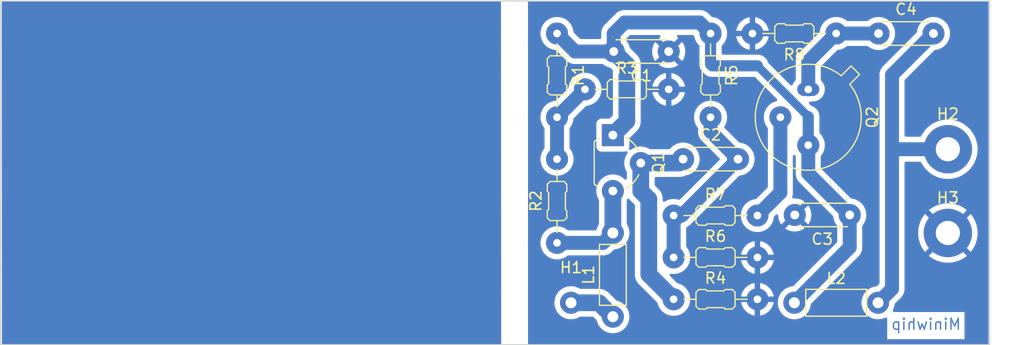
<source format=kicad_pcb>
(kicad_pcb (version 20221018) (generator pcbnew)
  (layers (0 "F.Cu" signal) (31 "B.Cu" signal) (34 "B.Paste" user) (35 "F.Paste" user) (36 "B.SilkS" user "B.Silkscreen") (37 "F.SilkS" user "F.Silkscreen") (38 "B.Mask" user) (39 "F.Mask" user) (44 "Edge.Cuts" user))
  (net 0 "")
  (net 1 "Net-(Q2-E)")
  (net 2 "Net-(Q1-S)")
  (net 3 "Net-(C2-Pad2)")
  (net 4 "GND")
  (net 5 "Net-(Q1-D)")
  (net 6 "Net-(Q1-G)")
  (net 7 "Net-(Q2-B)")
  (net 8 "Net-(R1-Pad2)")
  (net 9 "Net-(H1-Pad1)")
  (net 10 "Net-(C4-Pad2)")
  (footprint "MountingHole:MountingHole_2.2mm_M2_Pad" (layer "F.Cu") (at 144.78 88.9)
    (fp_text reference "H3" (at 0 -3.2) (layer "F.SilkS"))
    (fp_text value "MountingHole_Pad")
    (pad "1" thru_hole circle (at 0 0) (size 4.4 4.4) (drill 2.2) (layers "*.Cu" "*.Mask") (net 4 "GND"))
  )
  (footprint "Capacitor_THT:C_Disc_D4.3mm_W1.9mm_P5.00mm" (layer "F.Cu") (at 135.85 87.262381 180)
    (fp_text reference "C3" (at 2.5 -2.2) (layer "F.SilkS"))
    (fp_text value "100n")
    (fp_line (start 0.23 -1.07) (end 0.23 -1.055) (stroke (width 0.12)) (layer "F.SilkS"))
    (fp_line (start 0.23 -1.07) (end 4.77 -1.07) (stroke (width 0.12)) (layer "F.SilkS"))
    (fp_line (start 0.23 1.055) (end 0.23 1.07) (stroke (width 0.12)) (layer "F.SilkS"))
    (fp_line (start 0.23 1.07) (end 4.77 1.07) (stroke (width 0.12)) (layer "F.SilkS"))
    (fp_line (start 4.77 -1.07) (end 4.77 -1.055) (stroke (width 0.12)) (layer "F.SilkS"))
    (fp_line (start 4.77 1.055) (end 4.77 1.07) (stroke (width 0.12)) (layer "F.SilkS"))
    (pad "1" thru_hole circle (at 0 0 180) (size 2 2) (drill 0.8) (layers "*.Cu" "*.Mask") (net 5 "Net-(Q1-D)"))
    (pad "2" thru_hole circle (at 5 0 180) (size 2 2) (drill 0.8) (layers "*.Cu" "*.Mask") (net 4 "GND"))
  )
  (footprint "Inductor_THT:L_Axial_L5.3mm_D2.2mm_P7.62mm_Horizontal_Vishay_IM-1" (layer "F.Cu") (at 114.3 96.52 90)
    (fp_text reference "L1" (at 3.81 -2.22 90) (layer "F.SilkS"))
    (fp_text value "10uH")
    (fp_line (start 1.04 -1.22) (end 1.04 1.22) (stroke (width 0.12)) (layer "F.SilkS"))
    (fp_line (start 1.04 1.22) (end 6.58 1.22) (stroke (width 0.12)) (layer "F.SilkS"))
    (fp_line (start 6.58 -1.22) (end 1.04 -1.22) (stroke (width 0.12)) (layer "F.SilkS"))
    (fp_line (start 6.58 1.22) (end 6.58 -1.22) (stroke (width 0.12)) (layer "F.SilkS"))
    (pad "1" thru_hole circle (at 0 0 90) (size 2 2) (drill 1) (layers "*.Cu" "*.Mask") (net 9 "Net-(H1-Pad1)"))
    (pad "2" thru_hole oval (at 7.62 0 90) (size 2 2) (drill 1) (layers "*.Cu" "*.Mask") (net 6 "Net-(Q1-G)"))
  )
  (footprint "MountingHole:MountingHole_2.2mm_M2_Pad" (layer "F.Cu") (at 110.49 95.25)
    (fp_text reference "H1" (at 0 -3.2) (layer "F.SilkS"))
    (fp_text value "probe")
    (pad "1" thru_hole circle (at 0 0) (size 2 2) (drill 1) (layers "*.Cu" "*.Mask") (net 9 "Net-(H1-Pad1)"))
  )
  (footprint "PCM_Package_TO_SOT_THT_AKL:TO-92L_Wide" (layer "F.Cu") (at 114.3 80 -90)
    (fp_text reference "Q1" (at 2.55 -4.15 -90) (layer "F.SilkS"))
    (fp_text value "J310" hide)
    (fp_line (start 0.6 1.7) (end 4.45 1.7) (stroke (width 0.12)) (layer "F.SilkS"))
    (fp_arc (start 0.192226 -1.094786) (mid 0.710119 -1.833613) (end 1.45 -2.35) (stroke (width 0.12)) (layer "F.SilkS"))
    (fp_arc (start 0.6 1.7) (mid 0.389183 1.423933) (end 0.217369 1.122045) (stroke (width 0.12)) (layer "F.SilkS"))
    (fp_arc (start 3.6 -2.35) (mid 4.351408 -1.834367) (end 4.876463 -1.089513) (stroke (width 0.12)) (layer "F.SilkS"))
    (fp_arc (start 4.842383 1.112264) (mid 4.666594 1.419753) (end 4.45 1.7) (stroke (width 0.12)) (layer "F.SilkS"))
    (pad "1" thru_hole rect (at 0 0) (size 2 2) (drill 0.8) (layers "*.Cu" "*.Mask") (net 5 "Net-(Q1-D)"))
    (pad "2" thru_hole circle (at 2.54 -2.54) (size 2 2) (drill 0.8) (layers "*.Cu" "*.Mask") (net 2 "Net-(Q1-S)"))
    (pad "3" thru_hole circle (at 5.08 0) (size 2 2) (drill 0.8) (layers "*.Cu" "*.Mask") (net 6 "Net-(Q1-G)"))
  )
  (footprint "PCM_Resistor_THT_AKL:R_Axial_DIN0204_L3.6mm_D1.6mm_P7.62mm_Horizontal" (layer "F.Cu") (at 119.831153 91.124263)
    (fp_text reference "R6" (at 3.81 -1.92) (layer "F.SilkS"))
    (fp_text value "10k" hide)
    (fp_line (start 0.94 0) (end 1.89 0) (stroke (width 0.12)) (layer "F.SilkS"))
    (fp_line (start 1.89 0) (end 2.032 0) (stroke (width 0.12)) (layer "F.SilkS"))
    (fp_line (start 2.032 -0.635) (end 2.286 -0.889) (stroke (width 0.12)) (layer "F.SilkS"))
    (fp_line (start 2.032 0.635) (end 2.032 -0.635) (stroke (width 0.12)) (layer "F.SilkS"))
    (fp_line (start 2.032 0.635) (end 2.286 0.889) (stroke (width 0.12)) (layer "F.SilkS"))
    (fp_line (start 2.286 -0.889) (end 2.921 -0.889) (stroke (width 0.12)) (layer "F.SilkS"))
    (fp_line (start 2.286 0.889) (end 2.921 0.889) (stroke (width 0.12)) (layer "F.SilkS"))
    (fp_line (start 2.921 -0.889) (end 3.048 -0.762) (stroke (width 0.12)) (layer "F.SilkS"))
    (fp_line (start 2.921 0.889) (end 3.048 0.762) (stroke (width 0.12)) (layer "F.SilkS"))
    (fp_line (start 3.048 -0.762) (end 3.81 -0.762) (stroke (width 0.12)) (layer "F.SilkS"))
    (fp_line (start 3.048 0.762) (end 3.81 0.762) (stroke (width 0.12)) (layer "F.SilkS"))
    (fp_line (start 4.572 -0.762) (end 3.81 -0.762) (stroke (width 0.12)) (layer "F.SilkS"))
    (fp_line (start 4.572 0.762) (end 3.81 0.762) (stroke (width 0.12)) (layer "F.SilkS"))
    (fp_line (start 4.699 -0.889) (end 4.572 -0.762) (stroke (width 0.12)) (layer "F.SilkS"))
    (fp_line (start 4.699 0.889) (end 4.572 0.762) (stroke (width 0.12)) (layer "F.SilkS"))
    (fp_line (start 5.334 -0.889) (end 4.699 -0.889) (stroke (width 0.12)) (layer "F.SilkS"))
    (fp_line (start 5.334 0.889) (end 4.699 0.889) (stroke (width 0.12)) (layer "F.SilkS"))
    (fp_line (start 5.588 -0.635) (end 5.334 -0.889) (stroke (width 0.12)) (layer "F.SilkS"))
    (fp_line (start 5.588 -0.635) (end 5.588 0.635) (stroke (width 0.12)) (layer "F.SilkS"))
    (fp_line (start 5.588 0.635) (end 5.334 0.889) (stroke (width 0.12)) (layer "F.SilkS"))
    (fp_line (start 5.715 0) (end 5.588 0) (stroke (width 0.12)) (layer "F.SilkS"))
    (fp_line (start 6.68 0) (end 5.73 0) (stroke (width 0.12)) (layer "F.SilkS"))
    (pad "1" thru_hole circle (at 0 0) (size 2 2) (drill 0.7) (layers "*.Cu" "*.Mask") (net 3 "Net-(C2-Pad2)"))
    (pad "2" thru_hole oval (at 7.62 0) (size 2 2) (drill 0.7) (layers "*.Cu" "*.Mask") (net 4 "GND"))
  )
  (footprint "Capacitor_THT:C_Disc_D4.3mm_W1.9mm_P5.00mm" (layer "F.Cu") (at 120.69 82.182381)
    (fp_text reference "C2" (at 2.5 -2.2) (layer "F.SilkS"))
    (fp_text value "100n")
    (fp_line (start 0.23 -1.07) (end 0.23 -1.055) (stroke (width 0.12)) (layer "F.SilkS"))
    (fp_line (start 0.23 -1.07) (end 4.77 -1.07) (stroke (width 0.12)) (layer "F.SilkS"))
    (fp_line (start 0.23 1.055) (end 0.23 1.07) (stroke (width 0.12)) (layer "F.SilkS"))
    (fp_line (start 0.23 1.07) (end 4.77 1.07) (stroke (width 0.12)) (layer "F.SilkS"))
    (fp_line (start 4.77 -1.07) (end 4.77 -1.055) (stroke (width 0.12)) (layer "F.SilkS"))
    (fp_line (start 4.77 1.055) (end 4.77 1.07) (stroke (width 0.12)) (layer "F.SilkS"))
    (pad "1" thru_hole circle (at 0 0) (size 2 2) (drill 0.8) (layers "*.Cu" "*.Mask") (net 2 "Net-(Q1-S)"))
    (pad "2" thru_hole circle (at 5 0) (size 2 2) (drill 0.8) (layers "*.Cu" "*.Mask") (net 3 "Net-(C2-Pad2)"))
  )
  (footprint "PCM_Resistor_THT_AKL:R_Axial_DIN0204_L3.6mm_D1.6mm_P7.62mm_Horizontal" (layer "F.Cu") (at 123.19 70.752381 -90)
    (fp_text reference "R5" (at 3.81 -1.92 90) (layer "F.SilkS"))
    (fp_text value "2.2k" hide)
    (fp_line (start 0.94 0) (end 1.89 0) (stroke (width 0.12)) (layer "F.SilkS"))
    (fp_line (start 1.89 0) (end 2.032 0) (stroke (width 0.12)) (layer "F.SilkS"))
    (fp_line (start 2.032 -0.635) (end 2.286 -0.889) (stroke (width 0.12)) (layer "F.SilkS"))
    (fp_line (start 2.032 0.635) (end 2.032 -0.635) (stroke (width 0.12)) (layer "F.SilkS"))
    (fp_line (start 2.032 0.635) (end 2.286 0.889) (stroke (width 0.12)) (layer "F.SilkS"))
    (fp_line (start 2.286 -0.889) (end 2.921 -0.889) (stroke (width 0.12)) (layer "F.SilkS"))
    (fp_line (start 2.286 0.889) (end 2.921 0.889) (stroke (width 0.12)) (layer "F.SilkS"))
    (fp_line (start 2.921 -0.889) (end 3.048 -0.762) (stroke (width 0.12)) (layer "F.SilkS"))
    (fp_line (start 2.921 0.889) (end 3.048 0.762) (stroke (width 0.12)) (layer "F.SilkS"))
    (fp_line (start 3.048 -0.762) (end 3.81 -0.762) (stroke (width 0.12)) (layer "F.SilkS"))
    (fp_line (start 3.048 0.762) (end 3.81 0.762) (stroke (width 0.12)) (layer "F.SilkS"))
    (fp_line (start 4.572 -0.762) (end 3.81 -0.762) (stroke (width 0.12)) (layer "F.SilkS"))
    (fp_line (start 4.572 0.762) (end 3.81 0.762) (stroke (width 0.12)) (layer "F.SilkS"))
    (fp_line (start 4.699 -0.889) (end 4.572 -0.762) (stroke (width 0.12)) (layer "F.SilkS"))
    (fp_line (start 4.699 0.889) (end 4.572 0.762) (stroke (width 0.12)) (layer "F.SilkS"))
    (fp_line (start 5.334 -0.889) (end 4.699 -0.889) (stroke (width 0.12)) (layer "F.SilkS"))
    (fp_line (start 5.334 0.889) (end 4.699 0.889) (stroke (width 0.12)) (layer "F.SilkS"))
    (fp_line (start 5.588 -0.635) (end 5.334 -0.889) (stroke (width 0.12)) (layer "F.SilkS"))
    (fp_line (start 5.588 -0.635) (end 5.588 0.635) (stroke (width 0.12)) (layer "F.SilkS"))
    (fp_line (start 5.588 0.635) (end 5.334 0.889) (stroke (width 0.12)) (layer "F.SilkS"))
    (fp_line (start 5.715 0) (end 5.588 0) (stroke (width 0.12)) (layer "F.SilkS"))
    (fp_line (start 6.68 0) (end 5.73 0) (stroke (width 0.12)) (layer "F.SilkS"))
    (pad "1" thru_hole circle (at 0 0 270) (size 2 2) (drill 0.7) (layers "*.Cu" "*.Mask") (net 5 "Net-(Q1-D)"))
    (pad "2" thru_hole oval (at 7.62 0 270) (size 2 2) (drill 0.7) (layers "*.Cu" "*.Mask") (net 3 "Net-(C2-Pad2)"))
  )
  (footprint "Capacitor_THT:C_Disc_D4.3mm_W1.9mm_P5.00mm" (layer "F.Cu") (at 119.38 72.39 180)
    (fp_text reference "C1" (at 2.5 -2.2) (layer "F.SilkS"))
    (fp_text value "100n")
    (fp_line (start 0.23 -1.07) (end 0.23 -1.055) (stroke (width 0.12)) (layer "F.SilkS"))
    (fp_line (start 0.23 -1.07) (end 4.77 -1.07) (stroke (width 0.12)) (layer "F.SilkS"))
    (fp_line (start 0.23 1.055) (end 0.23 1.07) (stroke (width 0.12)) (layer "F.SilkS"))
    (fp_line (start 0.23 1.07) (end 4.77 1.07) (stroke (width 0.12)) (layer "F.SilkS"))
    (fp_line (start 4.77 -1.07) (end 4.77 -1.055) (stroke (width 0.12)) (layer "F.SilkS"))
    (fp_line (start 4.77 1.055) (end 4.77 1.07) (stroke (width 0.12)) (layer "F.SilkS"))
    (pad "1" thru_hole circle (at 0 0 180) (size 2 2) (drill 0.8) (layers "*.Cu" "*.Mask") (net 4 "GND"))
    (pad "2" thru_hole circle (at 5 0 180) (size 2 2) (drill 0.8) (layers "*.Cu" "*.Mask") (net 5 "Net-(Q1-D)"))
  )
  (footprint "PCM_Resistor_THT_AKL:R_Axial_DIN0204_L3.6mm_D1.6mm_P7.62mm_Horizontal" (layer "F.Cu") (at 119.831153 87.314263)
    (fp_text reference "R7" (at 3.81 -1.92) (layer "F.SilkS"))
    (fp_text value "47" hide)
    (fp_line (start 0.94 0) (end 1.89 0) (stroke (width 0.12)) (layer "F.SilkS"))
    (fp_line (start 1.89 0) (end 2.032 0) (stroke (width 0.12)) (layer "F.SilkS"))
    (fp_line (start 2.032 -0.635) (end 2.286 -0.889) (stroke (width 0.12)) (layer "F.SilkS"))
    (fp_line (start 2.032 0.635) (end 2.032 -0.635) (stroke (width 0.12)) (layer "F.SilkS"))
    (fp_line (start 2.032 0.635) (end 2.286 0.889) (stroke (width 0.12)) (layer "F.SilkS"))
    (fp_line (start 2.286 -0.889) (end 2.921 -0.889) (stroke (width 0.12)) (layer "F.SilkS"))
    (fp_line (start 2.286 0.889) (end 2.921 0.889) (stroke (width 0.12)) (layer "F.SilkS"))
    (fp_line (start 2.921 -0.889) (end 3.048 -0.762) (stroke (width 0.12)) (layer "F.SilkS"))
    (fp_line (start 2.921 0.889) (end 3.048 0.762) (stroke (width 0.12)) (layer "F.SilkS"))
    (fp_line (start 3.048 -0.762) (end 3.81 -0.762) (stroke (width 0.12)) (layer "F.SilkS"))
    (fp_line (start 3.048 0.762) (end 3.81 0.762) (stroke (width 0.12)) (layer "F.SilkS"))
    (fp_line (start 4.572 -0.762) (end 3.81 -0.762) (stroke (width 0.12)) (layer "F.SilkS"))
    (fp_line (start 4.572 0.762) (end 3.81 0.762) (stroke (width 0.12)) (layer "F.SilkS"))
    (fp_line (start 4.699 -0.889) (end 4.572 -0.762) (stroke (width 0.12)) (layer "F.SilkS"))
    (fp_line (start 4.699 0.889) (end 4.572 0.762) (stroke (width 0.12)) (layer "F.SilkS"))
    (fp_line (start 5.334 -0.889) (end 4.699 -0.889) (stroke (width 0.12)) (layer "F.SilkS"))
    (fp_line (start 5.334 0.889) (end 4.699 0.889) (stroke (width 0.12)) (layer "F.SilkS"))
    (fp_line (start 5.588 -0.635) (end 5.334 -0.889) (stroke (width 0.12)) (layer "F.SilkS"))
    (fp_line (start 5.588 -0.635) (end 5.588 0.635) (stroke (width 0.12)) (layer "F.SilkS"))
    (fp_line (start 5.588 0.635) (end 5.334 0.889) (stroke (width 0.12)) (layer "F.SilkS"))
    (fp_line (start 5.715 0) (end 5.588 0) (stroke (width 0.12)) (layer "F.SilkS"))
    (fp_line (start 6.68 0) (end 5.73 0) (stroke (width 0.12)) (layer "F.SilkS"))
    (pad "1" thru_hole circle (at 0 0) (size 2 2) (drill 0.7) (layers "*.Cu" "*.Mask") (net 3 "Net-(C2-Pad2)"))
    (pad "2" thru_hole oval (at 7.62 0) (size 2 2) (drill 0.7) (layers "*.Cu" "*.Mask") (net 7 "Net-(Q2-B)"))
  )
  (footprint "PCM_Package_TO_SOT_THT_AKL:TO-39-3" (layer "F.Cu") (at 132.08 75.832381 -90)
    (fp_text reference "Q2" (at 2.54 -5.82 90) (layer "F.SilkS"))
    (fp_text value "2N5109" hide)
    (fp_line (start -2.125856 -3.888039) (end -1.234902 -2.997084) (stroke (width 0.12)) (layer "F.SilkS"))
    (fp_line (start -1.348039 -4.665856) (end -2.125856 -3.888039) (stroke (width 0.12)) (layer "F.SilkS"))
    (fp_line (start -0.457084 -3.774902) (end -1.348039 -4.665856) (stroke (width 0.12)) (layer "F.SilkS"))
    (fp_arc (start -0.457084 -3.774902) (mid 5.948125 3.408384) (end -1.234674 -2.997371) (stroke (width 0.12)) (layer "F.SilkS"))
    (pad "1" thru_hole oval (at 0 0 270) (size 1.2 2) (drill 0.7) (layers "*.Cu" "*.Mask") (net 1 "Net-(Q2-E)"))
    (pad "2" thru_hole oval (at 2.54 2.54 270) (size 2 2) (drill 0.7) (layers "*.Cu" "*.Mask") (net 7 "Net-(Q2-B)"))
    (pad "3" thru_hole oval (at 5.08 0 270) (size 2 2) (drill 0.7) (layers "*.Cu" "*.Mask") (net 5 "Net-(Q1-D)"))
  )
  (footprint "Inductor_THT:L_Axial_L5.3mm_D2.2mm_P7.62mm_Horizontal_Vishay_IM-1" (layer "F.Cu") (at 130.81 95.25)
    (fp_text reference "L2" (at 3.81 -2.22) (layer "F.SilkS"))
    (fp_text value "470uH")
    (fp_line (start 1.04 -1.22) (end 1.04 1.22) (stroke (width 0.12)) (layer "F.SilkS"))
    (fp_line (start 1.04 1.22) (end 6.58 1.22) (stroke (width 0.12)) (layer "F.SilkS"))
    (fp_line (start 6.58 -1.22) (end 1.04 -1.22) (stroke (width 0.12)) (layer "F.SilkS"))
    (fp_line (start 6.58 1.22) (end 6.58 -1.22) (stroke (width 0.12)) (layer "F.SilkS"))
    (pad "1" thru_hole circle (at 0 0) (size 2 2) (drill 1) (layers "*.Cu" "*.Mask") (net 5 "Net-(Q1-D)"))
    (pad "2" thru_hole oval (at 7.62 0) (size 2 2) (drill 1) (layers "*.Cu" "*.Mask") (net 10 "Net-(C4-Pad2)"))
  )
  (footprint "PCM_Resistor_THT_AKL:R_Axial_DIN0204_L3.6mm_D1.6mm_P7.62mm_Horizontal" (layer "F.Cu") (at 111.76 75.832381)
    (fp_text reference "R3" (at 3.81 -1.92) (layer "F.SilkS"))
    (fp_text value "1M" hide)
    (fp_line (start 0.94 0) (end 1.89 0) (stroke (width 0.12)) (layer "F.SilkS"))
    (fp_line (start 1.89 0) (end 2.032 0) (stroke (width 0.12)) (layer "F.SilkS"))
    (fp_line (start 2.032 -0.635) (end 2.286 -0.889) (stroke (width 0.12)) (layer "F.SilkS"))
    (fp_line (start 2.032 0.635) (end 2.032 -0.635) (stroke (width 0.12)) (layer "F.SilkS"))
    (fp_line (start 2.032 0.635) (end 2.286 0.889) (stroke (width 0.12)) (layer "F.SilkS"))
    (fp_line (start 2.286 -0.889) (end 2.921 -0.889) (stroke (width 0.12)) (layer "F.SilkS"))
    (fp_line (start 2.286 0.889) (end 2.921 0.889) (stroke (width 0.12)) (layer "F.SilkS"))
    (fp_line (start 2.921 -0.889) (end 3.048 -0.762) (stroke (width 0.12)) (layer "F.SilkS"))
    (fp_line (start 2.921 0.889) (end 3.048 0.762) (stroke (width 0.12)) (layer "F.SilkS"))
    (fp_line (start 3.048 -0.762) (end 3.81 -0.762) (stroke (width 0.12)) (layer "F.SilkS"))
    (fp_line (start 3.048 0.762) (end 3.81 0.762) (stroke (width 0.12)) (layer "F.SilkS"))
    (fp_line (start 4.572 -0.762) (end 3.81 -0.762) (stroke (width 0.12)) (layer "F.SilkS"))
    (fp_line (start 4.572 0.762) (end 3.81 0.762) (stroke (width 0.12)) (layer "F.SilkS"))
    (fp_line (start 4.699 -0.889) (end 4.572 -0.762) (stroke (width 0.12)) (layer "F.SilkS"))
    (fp_line (start 4.699 0.889) (end 4.572 0.762) (stroke (width 0.12)) (layer "F.SilkS"))
    (fp_line (start 5.334 -0.889) (end 4.699 -0.889) (stroke (width 0.12)) (layer "F.SilkS"))
    (fp_line (start 5.334 0.889) (end 4.699 0.889) (stroke (width 0.12)) (layer "F.SilkS"))
    (fp_line (start 5.588 -0.635) (end 5.334 -0.889) (stroke (width 0.12)) (layer "F.SilkS"))
    (fp_line (start 5.588 -0.635) (end 5.588 0.635) (stroke (width 0.12)) (layer "F.SilkS"))
    (fp_line (start 5.588 0.635) (end 5.334 0.889) (stroke (width 0.12)) (layer "F.SilkS"))
    (fp_line (start 5.715 0) (end 5.588 0) (stroke (width 0.12)) (layer "F.SilkS"))
    (fp_line (start 6.68 0) (end 5.73 0) (stroke (width 0.12)) (layer "F.SilkS"))
    (pad "1" thru_hole circle (at 0 0) (size 2 2) (drill 0.7) (layers "*.Cu" "*.Mask") (net 8 "Net-(R1-Pad2)"))
    (pad "2" thru_hole oval (at 7.62 0) (size 2 2) (drill 0.7) (layers "*.Cu" "*.Mask") (net 4 "GND"))
  )
  (footprint "PCM_Resistor_THT_AKL:R_Axial_DIN0204_L3.6mm_D1.6mm_P7.62mm_Horizontal" (layer "F.Cu") (at 109.22 89.802381 90)
    (fp_text reference "R2" (at 3.81 -1.92 90) (layer "F.SilkS"))
    (fp_text value "1M" hide)
    (fp_line (start 0.94 0) (end 1.89 0) (stroke (width 0.12)) (layer "F.SilkS"))
    (fp_line (start 1.89 0) (end 2.032 0) (stroke (width 0.12)) (layer "F.SilkS"))
    (fp_line (start 2.032 -0.635) (end 2.286 -0.889) (stroke (width 0.12)) (layer "F.SilkS"))
    (fp_line (start 2.032 0.635) (end 2.032 -0.635) (stroke (width 0.12)) (layer "F.SilkS"))
    (fp_line (start 2.032 0.635) (end 2.286 0.889) (stroke (width 0.12)) (layer "F.SilkS"))
    (fp_line (start 2.286 -0.889) (end 2.921 -0.889) (stroke (width 0.12)) (layer "F.SilkS"))
    (fp_line (start 2.286 0.889) (end 2.921 0.889) (stroke (width 0.12)) (layer "F.SilkS"))
    (fp_line (start 2.921 -0.889) (end 3.048 -0.762) (stroke (width 0.12)) (layer "F.SilkS"))
    (fp_line (start 2.921 0.889) (end 3.048 0.762) (stroke (width 0.12)) (layer "F.SilkS"))
    (fp_line (start 3.048 -0.762) (end 3.81 -0.762) (stroke (width 0.12)) (layer "F.SilkS"))
    (fp_line (start 3.048 0.762) (end 3.81 0.762) (stroke (width 0.12)) (layer "F.SilkS"))
    (fp_line (start 4.572 -0.762) (end 3.81 -0.762) (stroke (width 0.12)) (layer "F.SilkS"))
    (fp_line (start 4.572 0.762) (end 3.81 0.762) (stroke (width 0.12)) (layer "F.SilkS"))
    (fp_line (start 4.699 -0.889) (end 4.572 -0.762) (stroke (width 0.12)) (layer "F.SilkS"))
    (fp_line (start 4.699 0.889) (end 4.572 0.762) (stroke (width 0.12)) (layer "F.SilkS"))
    (fp_line (start 5.334 -0.889) (end 4.699 -0.889) (stroke (width 0.12)) (layer "F.SilkS"))
    (fp_line (start 5.334 0.889) (end 4.699 0.889) (stroke (width 0.12)) (layer "F.SilkS"))
    (fp_line (start 5.588 -0.635) (end 5.334 -0.889) (stroke (width 0.12)) (layer "F.SilkS"))
    (fp_line (start 5.588 -0.635) (end 5.588 0.635) (stroke (width 0.12)) (layer "F.SilkS"))
    (fp_line (start 5.588 0.635) (end 5.334 0.889) (stroke (width 0.12)) (layer "F.SilkS"))
    (fp_line (start 5.715 0) (end 5.588 0) (stroke (width 0.12)) (layer "F.SilkS"))
    (fp_line (start 6.68 0) (end 5.73 0) (stroke (width 0.12)) (layer "F.SilkS"))
    (pad "1" thru_hole circle (at 0 0 90) (size 2 2) (drill 0.7) (layers "*.Cu" "*.Mask") (net 6 "Net-(Q1-G)"))
    (pad "2" thru_hole oval (at 7.62 0 90) (size 2 2) (drill 0.7) (layers "*.Cu" "*.Mask") (net 8 "Net-(R1-Pad2)"))
  )
  (footprint "Capacitor_THT:C_Disc_D4.3mm_W1.9mm_P5.00mm" (layer "F.Cu") (at 138.47 70.752381)
    (fp_text reference "C4" (at 2.5 -2.2) (layer "F.SilkS"))
    (fp_text value "100n")
    (fp_line (start 0.23 -1.07) (end 0.23 -1.055) (stroke (width 0.12)) (layer "F.SilkS"))
    (fp_line (start 0.23 -1.07) (end 4.77 -1.07) (stroke (width 0.12)) (layer "F.SilkS"))
    (fp_line (start 0.23 1.055) (end 0.23 1.07) (stroke (width 0.12)) (layer "F.SilkS"))
    (fp_line (start 0.23 1.07) (end 4.77 1.07) (stroke (width 0.12)) (layer "F.SilkS"))
    (fp_line (start 4.77 -1.07) (end 4.77 -1.055) (stroke (width 0.12)) (layer "F.SilkS"))
    (fp_line (start 4.77 1.055) (end 4.77 1.07) (stroke (width 0.12)) (layer "F.SilkS"))
    (pad "1" thru_hole circle (at 0 0) (size 2 2) (drill 0.8) (layers "*.Cu" "*.Mask") (net 1 "Net-(Q2-E)"))
    (pad "2" thru_hole circle (at 5 0) (size 2 2) (drill 0.8) (layers "*.Cu" "*.Mask") (net 10 "Net-(C4-Pad2)"))
  )
  (footprint "PCM_Resistor_THT_AKL:R_Axial_DIN0204_L3.6mm_D1.6mm_P7.62mm_Horizontal" (layer "F.Cu") (at 109.22 70.752381 -90)
    (fp_text reference "R1" (at 3.81 -1.92 90) (layer "F.SilkS"))
    (fp_text value "1M" hide)
    (fp_line (start 0.94 0) (end 1.89 0) (stroke (width 0.12)) (layer "F.SilkS"))
    (fp_line (start 1.89 0) (end 2.032 0) (stroke (width 0.12)) (layer "F.SilkS"))
    (fp_line (start 2.032 -0.635) (end 2.286 -0.889) (stroke (width 0.12)) (layer "F.SilkS"))
    (fp_line (start 2.032 0.635) (end 2.032 -0.635) (stroke (width 0.12)) (layer "F.SilkS"))
    (fp_line (start 2.032 0.635) (end 2.286 0.889) (stroke (width 0.12)) (layer "F.SilkS"))
    (fp_line (start 2.286 -0.889) (end 2.921 -0.889) (stroke (width 0.12)) (layer "F.SilkS"))
    (fp_line (start 2.286 0.889) (end 2.921 0.889) (stroke (width 0.12)) (layer "F.SilkS"))
    (fp_line (start 2.921 -0.889) (end 3.048 -0.762) (stroke (width 0.12)) (layer "F.SilkS"))
    (fp_line (start 2.921 0.889) (end 3.048 0.762) (stroke (width 0.12)) (layer "F.SilkS"))
    (fp_line (start 3.048 -0.762) (end 3.81 -0.762) (stroke (width 0.12)) (layer "F.SilkS"))
    (fp_line (start 3.048 0.762) (end 3.81 0.762) (stroke (width 0.12)) (layer "F.SilkS"))
    (fp_line (start 4.572 -0.762) (end 3.81 -0.762) (stroke (width 0.12)) (layer "F.SilkS"))
    (fp_line (start 4.572 0.762) (end 3.81 0.762) (stroke (width 0.12)) (layer "F.SilkS"))
    (fp_line (start 4.699 -0.889) (end 4.572 -0.762) (stroke (width 0.12)) (layer "F.SilkS"))
    (fp_line (start 4.699 0.889) (end 4.572 0.762) (stroke (width 0.12)) (layer "F.SilkS"))
    (fp_line (start 5.334 -0.889) (end 4.699 -0.889) (stroke (width 0.12)) (layer "F.SilkS"))
    (fp_line (start 5.334 0.889) (end 4.699 0.889) (stroke (width 0.12)) (layer "F.SilkS"))
    (fp_line (start 5.588 -0.635) (end 5.334 -0.889) (stroke (width 0.12)) (layer "F.SilkS"))
    (fp_line (start 5.588 -0.635) (end 5.588 0.635) (stroke (width 0.12)) (layer "F.SilkS"))
    (fp_line (start 5.588 0.635) (end 5.334 0.889) (stroke (width 0.12)) (layer "F.SilkS"))
    (fp_line (start 5.715 0) (end 5.588 0) (stroke (width 0.12)) (layer "F.SilkS"))
    (fp_line (start 6.68 0) (end 5.73 0) (stroke (width 0.12)) (layer "F.SilkS"))
    (pad "1" thru_hole circle (at 0 0 270) (size 2 2) (drill 0.7) (layers "*.Cu" "*.Mask") (net 5 "Net-(Q1-D)"))
    (pad "2" thru_hole oval (at 7.62 0 270) (size 2 2) (drill 0.7) (layers "*.Cu" "*.Mask") (net 8 "Net-(R1-Pad2)"))
  )
  (footprint "PCM_Resistor_THT_AKL:R_Axial_DIN0204_L3.6mm_D1.6mm_P7.62mm_Horizontal" (layer "F.Cu") (at 119.831153 94.934263)
    (fp_text reference "R4" (at 3.81 -1.92) (layer "F.SilkS"))
    (fp_text value "680" hide)
    (fp_line (start 0.94 0) (end 1.89 0) (stroke (width 0.12)) (layer "F.SilkS"))
    (fp_line (start 1.89 0) (end 2.032 0) (stroke (width 0.12)) (layer "F.SilkS"))
    (fp_line (start 2.032 -0.635) (end 2.286 -0.889) (stroke (width 0.12)) (layer "F.SilkS"))
    (fp_line (start 2.032 0.635) (end 2.032 -0.635) (stroke (width 0.12)) (layer "F.SilkS"))
    (fp_line (start 2.032 0.635) (end 2.286 0.889) (stroke (width 0.12)) (layer "F.SilkS"))
    (fp_line (start 2.286 -0.889) (end 2.921 -0.889) (stroke (width 0.12)) (layer "F.SilkS"))
    (fp_line (start 2.286 0.889) (end 2.921 0.889) (stroke (width 0.12)) (layer "F.SilkS"))
    (fp_line (start 2.921 -0.889) (end 3.048 -0.762) (stroke (width 0.12)) (layer "F.SilkS"))
    (fp_line (start 2.921 0.889) (end 3.048 0.762) (stroke (width 0.12)) (layer "F.SilkS"))
    (fp_line (start 3.048 -0.762) (end 3.81 -0.762) (stroke (width 0.12)) (layer "F.SilkS"))
    (fp_line (start 3.048 0.762) (end 3.81 0.762) (stroke (width 0.12)) (layer "F.SilkS"))
    (fp_line (start 4.572 -0.762) (end 3.81 -0.762) (stroke (width 0.12)) (layer "F.SilkS"))
    (fp_line (start 4.572 0.762) (end 3.81 0.762) (stroke (width 0.12)) (layer "F.SilkS"))
    (fp_line (start 4.699 -0.889) (end 4.572 -0.762) (stroke (width 0.12)) (layer "F.SilkS"))
    (fp_line (start 4.699 0.889) (end 4.572 0.762) (stroke (width 0.12)) (layer "F.SilkS"))
    (fp_line (start 5.334 -0.889) (end 4.699 -0.889) (stroke (width 0.12)) (layer "F.SilkS"))
    (fp_line (start 5.334 0.889) (end 4.699 0.889) (stroke (width 0.12)) (layer "F.SilkS"))
    (fp_line (start 5.588 -0.635) (end 5.334 -0.889) (stroke (width 0.12)) (layer "F.SilkS"))
    (fp_line (start 5.588 -0.635) (end 5.588 0.635) (stroke (width 0.12)) (layer "F.SilkS"))
    (fp_line (start 5.588 0.635) (end 5.334 0.889) (stroke (width 0.12)) (layer "F.SilkS"))
    (fp_line (start 5.715 0) (end 5.588 0) (stroke (width 0.12)) (layer "F.SilkS"))
    (fp_line (start 6.68 0) (end 5.73 0) (stroke (width 0.12)) (layer "F.SilkS"))
    (pad "1" thru_hole circle (at 0 0) (size 2 2) (drill 0.7) (layers "*.Cu" "*.Mask") (net 2 "Net-(Q1-S)"))
    (pad "2" thru_hole oval (at 7.62 0) (size 2 2) (drill 0.7) (layers "*.Cu" "*.Mask") (net 4 "GND"))
  )
  (footprint "PCM_Resistor_THT_AKL:R_Axial_DIN0204_L3.6mm_D1.6mm_P7.62mm_Horizontal" (layer "F.Cu") (at 134.62 70.752381 180)
    (fp_text reference "R8" (at 3.81 -1.92) (layer "F.SilkS"))
    (fp_text value "220" hide)
    (fp_line (start 0.94 0) (end 1.89 0) (stroke (width 0.12)) (layer "F.SilkS"))
    (fp_line (start 1.89 0) (end 2.032 0) (stroke (width 0.12)) (layer "F.SilkS"))
    (fp_line (start 2.032 -0.635) (end 2.286 -0.889) (stroke (width 0.12)) (layer "F.SilkS"))
    (fp_line (start 2.032 0.635) (end 2.032 -0.635) (stroke (width 0.12)) (layer "F.SilkS"))
    (fp_line (start 2.032 0.635) (end 2.286 0.889) (stroke (width 0.12)) (layer "F.SilkS"))
    (fp_line (start 2.286 -0.889) (end 2.921 -0.889) (stroke (width 0.12)) (layer "F.SilkS"))
    (fp_line (start 2.286 0.889) (end 2.921 0.889) (stroke (width 0.12)) (layer "F.SilkS"))
    (fp_line (start 2.921 -0.889) (end 3.048 -0.762) (stroke (width 0.12)) (layer "F.SilkS"))
    (fp_line (start 2.921 0.889) (end 3.048 0.762) (stroke (width 0.12)) (layer "F.SilkS"))
    (fp_line (start 3.048 -0.762) (end 3.81 -0.762) (stroke (width 0.12)) (layer "F.SilkS"))
    (fp_line (start 3.048 0.762) (end 3.81 0.762) (stroke (width 0.12)) (layer "F.SilkS"))
    (fp_line (start 4.572 -0.762) (end 3.81 -0.762) (stroke (width 0.12)) (layer "F.SilkS"))
    (fp_line (start 4.572 0.762) (end 3.81 0.762) (stroke (width 0.12)) (layer "F.SilkS"))
    (fp_line (start 4.699 -0.889) (end 4.572 -0.762) (stroke (width 0.12)) (layer "F.SilkS"))
    (fp_line (start 4.699 0.889) (end 4.572 0.762) (stroke (width 0.12)) (layer "F.SilkS"))
    (fp_line (start 5.334 -0.889) (end 4.699 -0.889) (stroke (width 0.12)) (layer "F.SilkS"))
    (fp_line (start 5.334 0.889) (end 4.699 0.889) (stroke (width 0.12)) (layer "F.SilkS"))
    (fp_line (start 5.588 -0.635) (end 5.334 -0.889) (stroke (width 0.12)) (layer "F.SilkS"))
    (fp_line (start 5.588 -0.635) (end 5.588 0.635) (stroke (width 0.12)) (layer "F.SilkS"))
    (fp_line (start 5.588 0.635) (end 5.334 0.889) (stroke (width 0.12)) (layer "F.SilkS"))
    (fp_line (start 5.715 0) (end 5.588 0) (stroke (width 0.12)) (layer "F.SilkS"))
    (fp_line (start 6.68 0) (end 5.73 0) (stroke (width 0.12)) (layer "F.SilkS"))
    (pad "1" thru_hole circle (at 0 0 180) (size 2 2) (drill 0.7) (layers "*.Cu" "*.Mask") (net 1 "Net-(Q2-E)"))
    (pad "2" thru_hole oval (at 7.62 0 180) (size 2 2) (drill 0.7) (layers "*.Cu" "*.Mask") (net 4 "GND"))
  )
  (footprint "MountingHole:MountingHole_2.2mm_M2_Pad" (layer "F.Cu") (at 144.78 81.28)
    (fp_text reference "H2" (at 0 -3.2) (layer "F.SilkS"))
    (fp_text value "MountingHole_Pad")
    (pad "1" thru_hole circle (at 0 0) (size 4.4 4.4) (drill 2.2) (layers "*.Cu" "*.Mask") (net 10 "Net-(C4-Pad2)"))
  )
  (gr_rect (start 58.59 67.79) (end 148.59 99.06) (stroke (width 0.1)) (fill none) (layer "Edge.Cuts"))
  (gr_text "Miniwhip" (at 146.05 97.79) (layer "B.Cu") (effects (font (size 1 1) (thickness 0.125)) (justify left bottom mirror)))
  (segment (start 134.62 70.752381) (end 138.47 70.752381) (width 1.27) (layer "B.Cu") (net 1))
  (segment (start 132.08 75.832381) (end 132.08 73.292381) (width 1.27) (layer "B.Cu") (net 1))
  (segment (start 132.08 73.292381) (end 134.62 70.752381) (width 1.27) (layer "B.Cu") (net 1))
  (segment (start 119.831153 94.934263) (end 117.569153 92.672263) (width 1.524) (layer "B.Cu") (net 2))
  (segment (start 117.569153 92.672263) (end 117.569153 85.819153) (width 1.524) (layer "B.Cu") (net 2))
  (segment (start 116.84 82.54) (end 120.332381 82.54) (width 1.524) (layer "B.Cu") (net 2))
  (segment (start 116.84 85.09) (end 116.84 82.54) (width 1.524) (layer "B.Cu") (net 2))
  (segment (start 117.569153 85.819153) (end 116.84 85.09) (width 1.524) (layer "B.Cu") (net 2))
  (segment (start 120.332381 82.54) (end 120.69 82.182381) (width 1.27) (layer "B.Cu") (net 2))
  (segment (start 120.558118 87.314263) (end 125.69 82.182381) (width 1.27) (layer "B.Cu") (net 3))
  (segment (start 119.831153 87.314263) (end 119.831153 91.124263) (width 1.27) (layer "B.Cu") (net 3))
  (segment (start 119.831153 87.314263) (end 120.558118 87.314263) (width 1.27) (layer "B.Cu") (net 3))
  (segment (start 123.19 78.372381) (end 123.19 79.682381) (width 1.27) (layer "B.Cu") (net 3))
  (segment (start 123.19 79.682381) (end 125.69 82.182381) (width 1.27) (layer "B.Cu") (net 3))
  (segment (start 114.38 72.39) (end 115.57 73.58) (width 1.524) (layer "B.Cu") (net 5))
  (segment (start 132.08 80.912381) (end 132.08 83.492381) (width 1.27) (layer "B.Cu") (net 5))
  (segment (start 132.08 83.492381) (end 135.85 87.262381) (width 1.27) (layer "B.Cu") (net 5))
  (segment (start 132.08 80.912381) (end 132.08 78.317299) (width 1.016) (layer "B.Cu") (net 5))
  (segment (start 123.19 70.752381) (end 122.19 69.752381) (width 1.27) (layer "B.Cu") (net 5))
  (segment (start 114.38 72.39) (end 110.857619 72.39) (width 1.27) (layer "B.Cu") (net 5))
  (segment (start 122.19 69.752381) (end 115.38 69.752381) (width 1.27) (layer "B.Cu") (net 5))
  (segment (start 115.57 73.58) (end 115.57 78.73) (width 1.524) (layer "B.Cu") (net 5))
  (segment (start 115.57 78.73) (end 114.3 80) (width 1.524) (layer "B.Cu") (net 5))
  (segment (start 132.08 78.317299) (end 127.453998 73.691297) (width 0.762) (layer "B.Cu") (net 5))
  (segment (start 110.857619 72.39) (end 109.22 70.752381) (width 1.27) (layer "B.Cu") (net 5))
  (segment (start 123.19 73.547491) (end 123.19 70.752381) (width 1.016) (layer "B.Cu") (net 5))
  (segment (start 115.38 69.752381) (end 114.38 70.752381) (width 1.27) (layer "B.Cu") (net 5))
  (segment (start 135.85 90.21) (end 130.81 95.25) (width 1.27) (layer "B.Cu") (net 5))
  (segment (start 135.85 87.262381) (end 135.85 90.21) (width 1.27) (layer "B.Cu") (net 5))
  (segment (start 114.38 70.752381) (end 114.38 72.39) (width 1.27) (layer "B.Cu") (net 5))
  (segment (start 127.453998 73.691297) (end 123.333806 73.691297) (width 1.016) (layer "B.Cu") (net 5))
  (segment (start 109.22 89.802381) (end 113.397619 89.802381) (width 1.27) (layer "B.Cu") (net 6))
  (segment (start 109.228303 89.810684) (end 109.22 89.802381) (width 1.27) (layer "B.Cu") (net 6))
  (segment (start 114.3 85.08) (end 114.3 88.9) (width 1.524) (layer "B.Cu") (net 6))
  (segment (start 113.397619 89.802381) (end 114.3 88.9) (width 1.27) (layer "B.Cu") (net 6))
  (segment (start 129.54 85.225416) (end 129.54 78.372381) (width 1.27) (layer "B.Cu") (net 7))
  (segment (start 127.451153 87.314263) (end 129.54 85.225416) (width 1.27) (layer "B.Cu") (net 7))
  (segment (start 109.22 78.372381) (end 109.22 82.182381) (width 1.27) (layer "B.Cu") (net 8))
  (segment (start 109.22 78.372381) (end 111.76 75.832381) (width 1.27) (layer "B.Cu") (net 8))
  (segment (start 110.49 95.25) (end 113.03 95.25) (width 1.524) (layer "B.Cu") (net 9))
  (segment (start 113.03 95.25) (end 114.3 96.52) (width 1.524) (layer "B.Cu") (net 9))
  (segment (start 139.7 81.28) (end 139.7 84.722381) (width 1.27) (layer "B.Cu") (net 10))
  (segment (start 143.47 70.752381) (end 139.7 74.522381) (width 1.27) (layer "B.Cu") (net 10))
  (segment (start 144.78 81.28) (end 139.7 81.28) (width 1.27) (layer "B.Cu") (net 10))
  (segment (start 139.7 74.522381) (end 139.7 81.28) (width 1.27) (layer "B.Cu") (net 10))
  (segment (start 139.7 93.98) (end 139.7 84.722381) (width 1.27) (layer "B.Cu") (net 10))
  (segment (start 138.43 95.25) (end 139.7 93.98) (width 1.27) (layer "B.Cu") (net 10))
  (zone (net 4) (net_name "GND") (layer "B.Cu") (connect_pads (clearance 0.5)) (min_thickness 0.25) (fill yes (thermal_gap 0.5) (thermal_bridge_width 0.5))
    (polygon (pts (xy 106.579562 67.71554) (xy 148.489562 67.71554) (xy 148.489562 99.083996) (xy 106.579562 99.083996)))
  )
  (zone (net 4) (net_name "GND") (layer "B.Cu") (priority 1) (connect_pads (clearance 0.5)) (min_thickness 0.25) (fill yes (thermal_gap 0.5) (thermal_bridge_width 0.5))
    (polygon (pts (xy 104.120136 67.81134) (xy 104.14 99.06) (xy 58.718783 99.051308) (xy 58.698919 67.802648)))
  )
)
</source>
